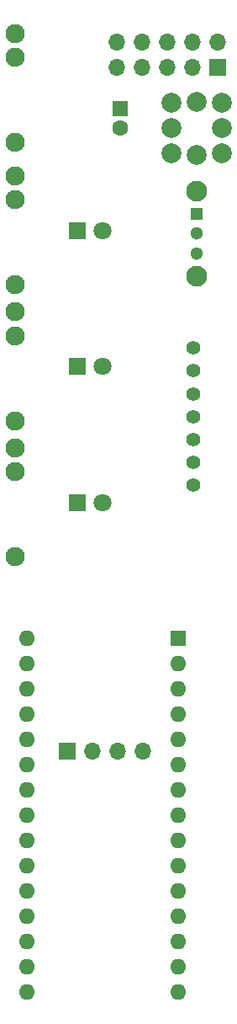
<source format=gbr>
%TF.GenerationSoftware,KiCad,Pcbnew,(6.0.1)*%
%TF.CreationDate,2023-06-13T10:27:40-07:00*%
%TF.ProjectId,16Bars,31364261-7273-42e6-9b69-6361645f7063,rev?*%
%TF.SameCoordinates,Original*%
%TF.FileFunction,Soldermask,Bot*%
%TF.FilePolarity,Negative*%
%FSLAX46Y46*%
G04 Gerber Fmt 4.6, Leading zero omitted, Abs format (unit mm)*
G04 Created by KiCad (PCBNEW (6.0.1)) date 2023-06-13 10:27:40*
%MOMM*%
%LPD*%
G01*
G04 APERTURE LIST*
%ADD10R,1.600000X1.600000*%
%ADD11O,1.600000X1.600000*%
%ADD12R,1.800000X1.800000*%
%ADD13C,1.800000*%
%ADD14C,2.000000*%
%ADD15C,1.930400*%
%ADD16C,1.400000*%
%ADD17R,1.300000X1.300000*%
%ADD18C,1.300000*%
%ADD19C,2.100000*%
%ADD20O,1.700000X1.700000*%
%ADD21R,1.700000X1.700000*%
%ADD22C,1.600000*%
G04 APERTURE END LIST*
D10*
%TO.C,A1*%
X78360000Y-97250000D03*
D11*
X78360000Y-99790000D03*
X78360000Y-102330000D03*
X78360000Y-104870000D03*
X78360000Y-107410000D03*
X78360000Y-109950000D03*
X78360000Y-112490000D03*
X78360000Y-115030000D03*
X78360000Y-117570000D03*
X78360000Y-120110000D03*
X78360000Y-122650000D03*
X78360000Y-125190000D03*
X78360000Y-127730000D03*
X78360000Y-130270000D03*
X78360000Y-132810000D03*
X63120000Y-132810000D03*
X63120000Y-130270000D03*
X63120000Y-127730000D03*
X63120000Y-125190000D03*
X63120000Y-122650000D03*
X63120000Y-120110000D03*
X63120000Y-117570000D03*
X63120000Y-115030000D03*
X63120000Y-112490000D03*
X63120000Y-109950000D03*
X63120000Y-107410000D03*
X63120000Y-104870000D03*
X63120000Y-102330000D03*
X63120000Y-99790000D03*
X63120000Y-97250000D03*
%TD*%
D12*
%TO.C,D4*%
X68225000Y-69977500D03*
D13*
X70765000Y-69977500D03*
%TD*%
D12*
%TO.C,D3*%
X68225000Y-83655000D03*
D13*
X70765000Y-83655000D03*
%TD*%
D14*
%TO.C,SW1*%
X82777600Y-45980300D03*
X77697600Y-45980300D03*
X77697600Y-43440300D03*
X77697600Y-48520300D03*
X82777600Y-43440300D03*
X82777600Y-48520300D03*
X80237600Y-43320300D03*
X80237600Y-48720300D03*
%TD*%
D15*
%TO.C,J1*%
X61970000Y-47452000D03*
X61970000Y-36479200D03*
X61970000Y-38892200D03*
%TD*%
D12*
%TO.C,D1*%
X68225000Y-56300000D03*
D13*
X70765000Y-56300000D03*
%TD*%
D15*
%TO.C,J5*%
X62000000Y-66869700D03*
X62000000Y-64456700D03*
X62000000Y-75429500D03*
%TD*%
D16*
%TO.C,S1*%
X79912600Y-70400000D03*
X79912600Y-72700000D03*
X79912600Y-75000000D03*
X79912600Y-77300000D03*
X79912600Y-79600000D03*
X79912600Y-68100000D03*
X79912600Y-81900000D03*
%TD*%
D17*
%TO.C,SW3*%
X80237600Y-54600000D03*
D18*
X80237600Y-56600000D03*
X80237600Y-58600000D03*
D19*
X80237600Y-52300000D03*
X80237600Y-60900000D03*
%TD*%
D15*
%TO.C,J6*%
X62000000Y-89107000D03*
X62000000Y-78134200D03*
X62000000Y-80547200D03*
%TD*%
%TO.C,J4*%
X62000000Y-61752000D03*
X62000000Y-50779200D03*
X62000000Y-53192200D03*
%TD*%
D20*
%TO.C,J3*%
X74810000Y-108600000D03*
X72270000Y-108600000D03*
X69730000Y-108600000D03*
D21*
X67190000Y-108600000D03*
%TD*%
%TO.C,J2*%
X82400000Y-39900000D03*
D20*
X82400000Y-37360000D03*
X79860000Y-39900000D03*
X79860000Y-37360000D03*
X77320000Y-39900000D03*
X77320000Y-37360000D03*
X74780000Y-39900000D03*
X74780000Y-37360000D03*
X72240000Y-39900000D03*
X72240000Y-37360000D03*
%TD*%
D10*
%TO.C,C1*%
X72500000Y-44000000D03*
D22*
X72500000Y-46000000D03*
%TD*%
M02*

</source>
